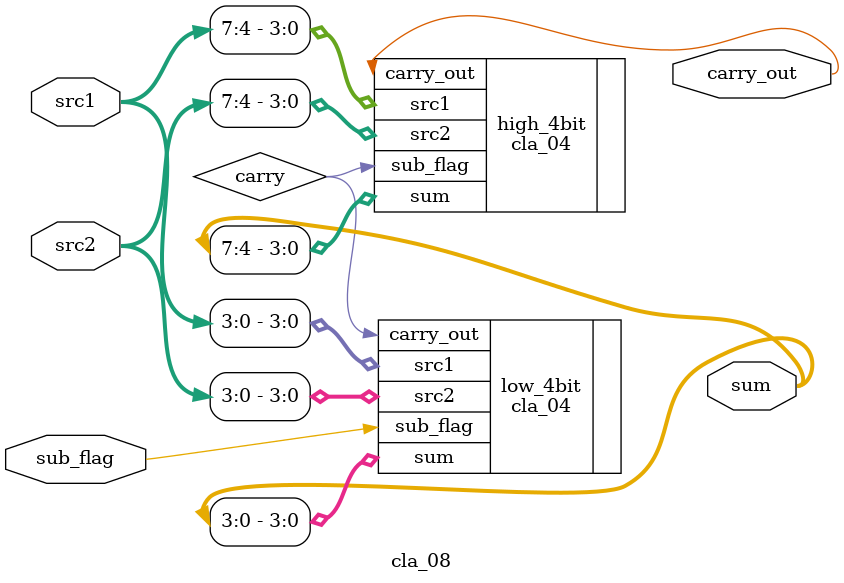
<source format=v>
module cla_08(
    input [7:0] src1,
    input [7:0] src2,
    input sub_flag,
    output [7:0] sum,
    output carry_out
);

    wire carry;

    cla_04 low_4bit(
        .src1       (src1[3:0]),
        .src2       (src2[3:0]),
        .sub_flag   (sub_flag),
        .sum        (sum[3:0]),
        .carry_out  (carry)
    );

    cla_04 high_4bit(
        .src1       (src1[7:4]),
        .src2       (src2[7:4]),
        .sub_flag   (carry),
        .sum        (sum[7:4]),
        .carry_out  (carry_out)
    );
endmodule
</source>
